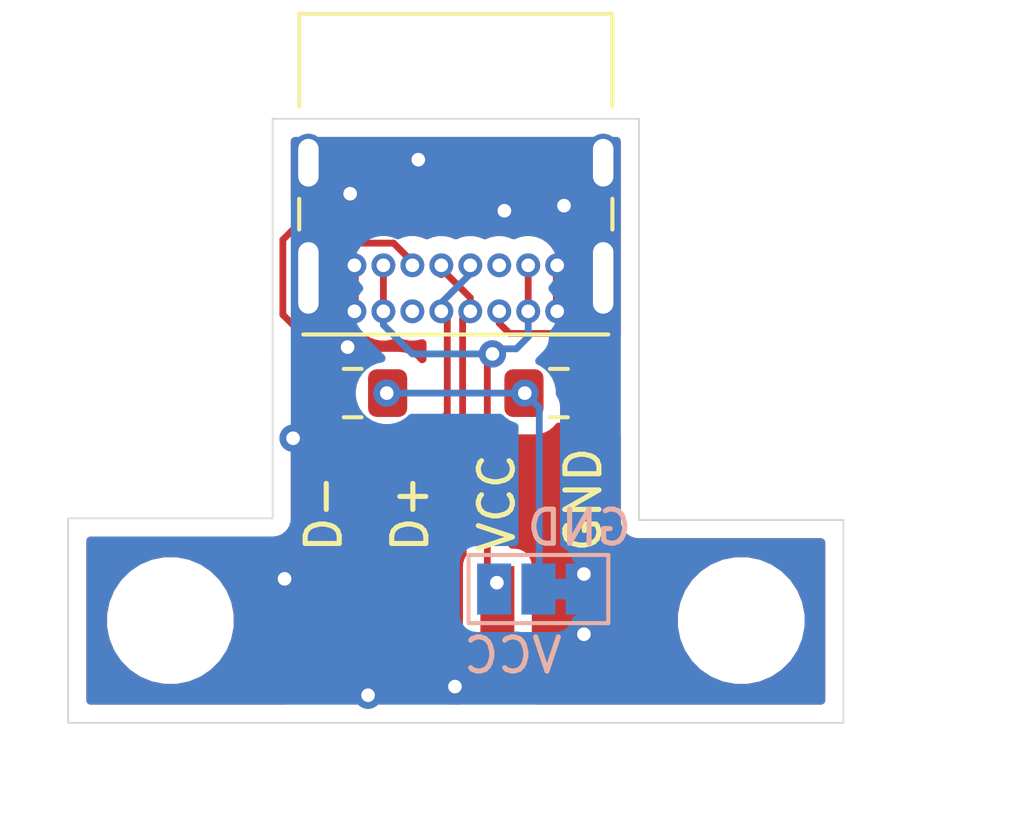
<source format=kicad_pcb>
(kicad_pcb (version 20171130) (host pcbnew 5.1.8)

  (general
    (thickness 1.6)
    (drawings 14)
    (tracks 75)
    (zones 0)
    (modules 7)
    (nets 8)
  )

  (page A4)
  (layers
    (0 F.Cu signal)
    (31 B.Cu signal)
    (32 B.Adhes user hide)
    (33 F.Adhes user hide)
    (34 B.Paste user hide)
    (35 F.Paste user hide)
    (36 B.SilkS user)
    (37 F.SilkS user)
    (38 B.Mask user)
    (39 F.Mask user)
    (40 Dwgs.User user hide)
    (41 Cmts.User user hide)
    (42 Eco1.User user hide)
    (43 Eco2.User user hide)
    (44 Edge.Cuts user)
    (45 Margin user hide)
    (46 B.CrtYd user)
    (47 F.CrtYd user)
    (48 B.Fab user hide)
    (49 F.Fab user hide)
  )

  (setup
    (last_trace_width 0.2)
    (user_trace_width 0.2)
    (trace_clearance 0.2)
    (zone_clearance 0.508)
    (zone_45_only yes)
    (trace_min 0.2)
    (via_size 0.8)
    (via_drill 0.4)
    (via_min_size 0.4)
    (via_min_drill 0.3)
    (uvia_size 0.3)
    (uvia_drill 0.1)
    (uvias_allowed no)
    (uvia_min_size 0.2)
    (uvia_min_drill 0.1)
    (edge_width 0.05)
    (segment_width 0.2)
    (pcb_text_width 0.3)
    (pcb_text_size 1.5 1.5)
    (mod_edge_width 0.12)
    (mod_text_size 1 1)
    (mod_text_width 0.15)
    (pad_size 1.524 1.524)
    (pad_drill 0.762)
    (pad_to_mask_clearance 0)
    (aux_axis_origin 0 0)
    (visible_elements FFFFFF7F)
    (pcbplotparams
      (layerselection 0x010fc_ffffffff)
      (usegerberextensions false)
      (usegerberattributes true)
      (usegerberadvancedattributes true)
      (creategerberjobfile true)
      (excludeedgelayer true)
      (linewidth 0.100000)
      (plotframeref false)
      (viasonmask false)
      (mode 1)
      (useauxorigin false)
      (hpglpennumber 1)
      (hpglpenspeed 20)
      (hpglpendiameter 15.000000)
      (psnegative false)
      (psa4output false)
      (plotreference true)
      (plotvalue true)
      (plotinvisibletext false)
      (padsonsilk false)
      (subtractmaskfromsilk false)
      (outputformat 1)
      (mirror false)
      (drillshape 1)
      (scaleselection 1)
      (outputdirectory ""))
  )

  (net 0 "")
  (net 1 /D+)
  (net 2 GND)
  (net 3 VCC)
  (net 4 "Net-(J1-PadB5)")
  (net 5 /D-)
  (net 6 "Net-(J1-PadA5)")
  (net 7 "Net-(JP1-Pad2)")

  (net_class Default "This is the default net class."
    (clearance 0.2)
    (trace_width 0.2)
    (via_dia 0.8)
    (via_drill 0.4)
    (uvia_dia 0.3)
    (uvia_drill 0.1)
    (add_net /D+)
    (add_net /D-)
    (add_net GND)
    (add_net "Net-(J1-PadA5)")
    (add_net "Net-(J1-PadB5)")
    (add_net "Net-(JP1-Pad2)")
    (add_net VCC)
  )

  (module Connectors:1X04_SMD_LONG (layer F.Cu) (tedit 5FD11165) (tstamp 5FD0FFE7)
    (at 124.475 99.975)
    (descr "SMD - 4 PIN W/ LONG SOLDER PADS")
    (tags "SMD - 4 PIN W/ LONG SOLDER PADS")
    (path /5FCFFE88)
    (attr smd)
    (fp_text reference J2 (at -5.08 -5.08 90) (layer F.SilkS) hide
      (effects (font (size 0.6096 0.6096) (thickness 0.127)))
    )
    (fp_text value Conn_01x04_Male (at 5.08 -5.08 90) (layer F.SilkS) hide
      (effects (font (size 0.6096 0.6096) (thickness 0.127)))
    )
    (fp_text user D- (at -3.825 -9.043 90) (layer F.SilkS)
      (effects (font (size 1 1) (thickness 0.15)))
    )
    (fp_text user D+ (at -1.285 -9.043 90) (layer F.SilkS)
      (effects (font (size 1 1) (thickness 0.15)))
    )
    (fp_text user VCC (at 1.255 -9.352524 90) (layer F.SilkS)
      (effects (font (size 1 1) (thickness 0.15)))
    )
    (fp_text user GND (at 3.795 -9.447762 90) (layer F.SilkS)
      (effects (font (size 1 1) (thickness 0.15)))
    )
    (pad 4 smd rect (at 3.81 -5.4991 90) (size 3.99796 0.99822) (layers F.Cu F.Paste F.Mask)
      (net 2 GND) (solder_mask_margin 0.1016))
    (pad 3 smd rect (at 1.27 -5.4991 90) (size 3.99796 0.99822) (layers F.Cu F.Paste F.Mask)
      (net 3 VCC) (solder_mask_margin 0.1016))
    (pad 2 smd rect (at -1.27 -5.4991 90) (size 3.99796 0.99822) (layers F.Cu F.Paste F.Mask)
      (net 1 /D+) (solder_mask_margin 0.1016))
    (pad 1 smd rect (at -3.81 -5.4991 90) (size 3.99796 0.99822) (layers F.Cu F.Paste F.Mask)
      (net 5 /D-) (solder_mask_margin 0.1016))
  )

  (module MountingHole:MountingHole_2.7mm_M2.5 (layer F.Cu) (tedit 56D1B4CB) (tstamp 5FD11248)
    (at 116.15 94.075)
    (descr "Mounting Hole 2.7mm, no annular, M2.5")
    (tags "mounting hole 2.7mm no annular m2.5")
    (attr virtual)
    (fp_text reference REF** (at 0 -3.7) (layer F.SilkS) hide
      (effects (font (size 1 1) (thickness 0.15)))
    )
    (fp_text value MountingHole_2.7mm_M2.5 (at 0 3.7) (layer F.Fab)
      (effects (font (size 1 1) (thickness 0.15)))
    )
    (fp_circle (center 0 0) (end 2.7 0) (layer Cmts.User) (width 0.15))
    (fp_circle (center 0 0) (end 2.95 0) (layer F.CrtYd) (width 0.05))
    (fp_text user %R (at 0.3 0) (layer F.Fab)
      (effects (font (size 1 1) (thickness 0.15)))
    )
    (pad 1 np_thru_hole circle (at 0 0) (size 2.7 2.7) (drill 2.7) (layers *.Cu *.Mask))
  )

  (module MountingHole:MountingHole_2.7mm_M2.5 (layer F.Cu) (tedit 56D1B4CB) (tstamp 5FD11236)
    (at 132.9 94.075)
    (descr "Mounting Hole 2.7mm, no annular, M2.5")
    (tags "mounting hole 2.7mm no annular m2.5")
    (attr virtual)
    (fp_text reference REF** (at 0 -3.7) (layer F.SilkS) hide
      (effects (font (size 1 1) (thickness 0.15)))
    )
    (fp_text value MountingHole_2.7mm_M2.5 (at 0 3.7) (layer F.Fab)
      (effects (font (size 1 1) (thickness 0.15)))
    )
    (fp_circle (center 0 0) (end 2.7 0) (layer Cmts.User) (width 0.15))
    (fp_circle (center 0 0) (end 2.95 0) (layer F.CrtYd) (width 0.05))
    (fp_text user %R (at 0.3 0) (layer F.Fab)
      (effects (font (size 1 1) (thickness 0.15)))
    )
    (pad 1 np_thru_hole circle (at 0 0) (size 2.7 2.7) (drill 2.7) (layers *.Cu *.Mask))
  )

  (module Resistor_SMD:R_0805_2012Metric_Pad1.15x1.40mm_HandSolder (layer F.Cu) (tedit 5B36C52B) (tstamp 5FD1002C)
    (at 121.5 87.4 180)
    (descr "Resistor SMD 0805 (2012 Metric), square (rectangular) end terminal, IPC_7351 nominal with elongated pad for handsoldering. (Body size source: https://docs.google.com/spreadsheets/d/1BsfQQcO9C6DZCsRaXUlFlo91Tg2WpOkGARC1WS5S8t0/edit?usp=sharing), generated with kicad-footprint-generator")
    (tags "resistor handsolder")
    (path /5FD1351A)
    (attr smd)
    (fp_text reference R3 (at 0 -1.65) (layer F.SilkS) hide
      (effects (font (size 1 1) (thickness 0.15)))
    )
    (fp_text value 5.1k (at 0 1.65) (layer F.Fab)
      (effects (font (size 1 1) (thickness 0.15)))
    )
    (fp_line (start 1.85 0.95) (end -1.85 0.95) (layer F.CrtYd) (width 0.05))
    (fp_line (start 1.85 -0.95) (end 1.85 0.95) (layer F.CrtYd) (width 0.05))
    (fp_line (start -1.85 -0.95) (end 1.85 -0.95) (layer F.CrtYd) (width 0.05))
    (fp_line (start -1.85 0.95) (end -1.85 -0.95) (layer F.CrtYd) (width 0.05))
    (fp_line (start -0.261252 0.71) (end 0.261252 0.71) (layer F.SilkS) (width 0.12))
    (fp_line (start -0.261252 -0.71) (end 0.261252 -0.71) (layer F.SilkS) (width 0.12))
    (fp_line (start 1 0.6) (end -1 0.6) (layer F.Fab) (width 0.1))
    (fp_line (start 1 -0.6) (end 1 0.6) (layer F.Fab) (width 0.1))
    (fp_line (start -1 -0.6) (end 1 -0.6) (layer F.Fab) (width 0.1))
    (fp_line (start -1 0.6) (end -1 -0.6) (layer F.Fab) (width 0.1))
    (fp_text user %R (at 0 0) (layer F.Fab)
      (effects (font (size 0.5 0.5) (thickness 0.08)))
    )
    (pad 2 smd roundrect (at 1.025 0 180) (size 1.15 1.4) (layers F.Cu F.Paste F.Mask) (roundrect_rratio 0.217391)
      (net 4 "Net-(J1-PadB5)"))
    (pad 1 smd roundrect (at -1.025 0 180) (size 1.15 1.4) (layers F.Cu F.Paste F.Mask) (roundrect_rratio 0.217391)
      (net 7 "Net-(JP1-Pad2)"))
    (model ${KISYS3DMOD}/Resistor_SMD.3dshapes/R_0805_2012Metric.wrl
      (at (xyz 0 0 0))
      (scale (xyz 1 1 1))
      (rotate (xyz 0 0 0))
    )
  )

  (module Resistor_SMD:R_0805_2012Metric_Pad1.15x1.40mm_HandSolder (layer F.Cu) (tedit 5B36C52B) (tstamp 5FD1001B)
    (at 127.55 87.4)
    (descr "Resistor SMD 0805 (2012 Metric), square (rectangular) end terminal, IPC_7351 nominal with elongated pad for handsoldering. (Body size source: https://docs.google.com/spreadsheets/d/1BsfQQcO9C6DZCsRaXUlFlo91Tg2WpOkGARC1WS5S8t0/edit?usp=sharing), generated with kicad-footprint-generator")
    (tags "resistor handsolder")
    (path /5FD1256A)
    (attr smd)
    (fp_text reference R2 (at 0 -1.65) (layer F.SilkS) hide
      (effects (font (size 1 1) (thickness 0.15)))
    )
    (fp_text value 5.1k (at 0 1.65) (layer F.Fab)
      (effects (font (size 1 1) (thickness 0.15)))
    )
    (fp_line (start 1.85 0.95) (end -1.85 0.95) (layer F.CrtYd) (width 0.05))
    (fp_line (start 1.85 -0.95) (end 1.85 0.95) (layer F.CrtYd) (width 0.05))
    (fp_line (start -1.85 -0.95) (end 1.85 -0.95) (layer F.CrtYd) (width 0.05))
    (fp_line (start -1.85 0.95) (end -1.85 -0.95) (layer F.CrtYd) (width 0.05))
    (fp_line (start -0.261252 0.71) (end 0.261252 0.71) (layer F.SilkS) (width 0.12))
    (fp_line (start -0.261252 -0.71) (end 0.261252 -0.71) (layer F.SilkS) (width 0.12))
    (fp_line (start 1 0.6) (end -1 0.6) (layer F.Fab) (width 0.1))
    (fp_line (start 1 -0.6) (end 1 0.6) (layer F.Fab) (width 0.1))
    (fp_line (start -1 -0.6) (end 1 -0.6) (layer F.Fab) (width 0.1))
    (fp_line (start -1 0.6) (end -1 -0.6) (layer F.Fab) (width 0.1))
    (fp_text user %R (at 0 0) (layer F.Fab)
      (effects (font (size 0.5 0.5) (thickness 0.08)))
    )
    (pad 2 smd roundrect (at 1.025 0) (size 1.15 1.4) (layers F.Cu F.Paste F.Mask) (roundrect_rratio 0.217391)
      (net 6 "Net-(J1-PadA5)"))
    (pad 1 smd roundrect (at -1.025 0) (size 1.15 1.4) (layers F.Cu F.Paste F.Mask) (roundrect_rratio 0.217391)
      (net 7 "Net-(JP1-Pad2)"))
    (model ${KISYS3DMOD}/Resistor_SMD.3dshapes/R_0805_2012Metric.wrl
      (at (xyz 0 0 0))
      (scale (xyz 1 1 1))
      (rotate (xyz 0 0 0))
    )
  )

  (module Jumper:SolderJumper-3_P1.3mm_Bridged12_Pad1.0x1.5mm_NumberLabels (layer B.Cu) (tedit 5C756B5B) (tstamp 5FD10E03)
    (at 126.95 93.15 180)
    (descr "SMD Solder Jumper, 1x1.5mm Pads, 0.3mm gap, pads 1-2 bridged with 1 copper strip, labeled with numbers")
    (tags "solder jumper open")
    (path /5FD3FA78)
    (attr virtual)
    (fp_text reference JP1 (at 0 1.8) (layer B.SilkS) hide
      (effects (font (size 1 1) (thickness 0.15)) (justify mirror))
    )
    (fp_text value SolderJumper_3_Bridged12 (at 0 -1.9) (layer B.Fab)
      (effects (font (size 1 1) (thickness 0.15)) (justify mirror))
    )
    (fp_poly (pts (xy -0.9 0.3) (xy -0.4 0.3) (xy -0.4 -0.3) (xy -0.9 -0.3)) (layer B.Cu) (width 0))
    (fp_line (start 2.3 -1.25) (end -2.3 -1.25) (layer B.CrtYd) (width 0.05))
    (fp_line (start 2.3 -1.25) (end 2.3 1.25) (layer B.CrtYd) (width 0.05))
    (fp_line (start -2.3 1.25) (end -2.3 -1.25) (layer B.CrtYd) (width 0.05))
    (fp_line (start -2.3 1.25) (end 2.3 1.25) (layer B.CrtYd) (width 0.05))
    (fp_line (start -2.05 1) (end 2.05 1) (layer B.SilkS) (width 0.12))
    (fp_line (start 2.05 1) (end 2.05 -1) (layer B.SilkS) (width 0.12))
    (fp_line (start 2.05 -1) (end -2.05 -1) (layer B.SilkS) (width 0.12))
    (fp_line (start -2.05 -1) (end -2.05 1) (layer B.SilkS) (width 0.12))
    (fp_text user GND (at -1.2 1.8 180) (layer B.SilkS)
      (effects (font (size 1 1) (thickness 0.15)) (justify mirror))
    )
    (fp_text user VCC (at 0.75 -1.95 180) (layer B.SilkS)
      (effects (font (size 1 1) (thickness 0.15)) (justify mirror))
    )
    (pad 2 smd rect (at 0 0 180) (size 1 1.5) (layers B.Cu B.Mask)
      (net 7 "Net-(JP1-Pad2)"))
    (pad 3 smd rect (at 1.3 0 180) (size 1 1.5) (layers B.Cu B.Mask)
      (net 3 VCC))
    (pad 1 smd rect (at -1.3 0 180) (size 1 1.5) (layers B.Cu B.Mask)
      (net 2 GND))
  )

  (module Connector_USB:USB_C_Receptacle_GCT_USB4085 (layer F.Cu) (tedit 5BCCCD93) (tstamp 5FD0FFCF)
    (at 127.5 85 180)
    (descr "USB 2.0 Type C Receptacle, https://gct.co/Files/Drawings/USB4085.pdf")
    (tags "USB Type-C Receptacle Through-hole Right angle")
    (path /5FD5D35C)
    (fp_text reference J1 (at 2.975 -1.8) (layer F.SilkS) hide
      (effects (font (size 1 1) (thickness 0.15)))
    )
    (fp_text value USB_C_Receptacle_USB2.0 (at 2.975 9.925) (layer F.Fab)
      (effects (font (size 1 1) (thickness 0.15)))
    )
    (fp_line (start -0.025 6.1) (end 5.975 6.1) (layer F.Fab) (width 0.1))
    (fp_line (start 8.25 -1.06) (end 8.25 9.11) (layer F.CrtYd) (width 0.05))
    (fp_line (start -2.3 -1.06) (end 8.25 -1.06) (layer F.CrtYd) (width 0.05))
    (fp_line (start -2.3 9.11) (end 8.25 9.11) (layer F.CrtYd) (width 0.05))
    (fp_line (start -2.3 -1.06) (end -2.3 9.11) (layer F.CrtYd) (width 0.05))
    (fp_line (start -1.62 2.4) (end -1.62 3.3) (layer F.SilkS) (width 0.12))
    (fp_line (start 7.57 2.4) (end 7.57 3.3) (layer F.SilkS) (width 0.12))
    (fp_line (start -1.62 6) (end -1.62 8.73) (layer F.SilkS) (width 0.12))
    (fp_line (start 7.57 6) (end 7.57 8.73) (layer F.SilkS) (width 0.12))
    (fp_line (start 7.45 -0.56) (end 7.45 8.61) (layer F.Fab) (width 0.1))
    (fp_line (start -1.5 -0.56) (end -1.5 8.61) (layer F.Fab) (width 0.1))
    (fp_line (start -1.5 -0.68) (end 7.45 -0.68) (layer F.SilkS) (width 0.12))
    (fp_line (start -1.62 8.73) (end 7.57 8.73) (layer F.SilkS) (width 0.12))
    (fp_line (start -1.5 8.61) (end 7.45 8.61) (layer F.Fab) (width 0.1))
    (fp_line (start -1.5 -0.56) (end 7.45 -0.56) (layer F.Fab) (width 0.1))
    (fp_text user %R (at 2.975 4.025) (layer F.Fab)
      (effects (font (size 1 1) (thickness 0.15)))
    )
    (fp_text user "PCB Edge" (at 2.975 6.1) (layer Dwgs.User)
      (effects (font (size 0.5 0.5) (thickness 0.1)))
    )
    (pad S1 thru_hole oval (at 7.3 4.36 180) (size 0.9 1.7) (drill oval 0.6 1.4) (layers *.Cu *.Mask)
      (net 2 GND))
    (pad S1 thru_hole oval (at -1.35 4.36 180) (size 0.9 1.7) (drill oval 0.6 1.4) (layers *.Cu *.Mask)
      (net 2 GND))
    (pad S1 thru_hole oval (at 7.3 0.98 180) (size 0.9 2.4) (drill oval 0.6 2.1) (layers *.Cu *.Mask)
      (net 2 GND))
    (pad S1 thru_hole oval (at -1.35 0.98 180) (size 0.9 2.4) (drill oval 0.6 2.1) (layers *.Cu *.Mask)
      (net 2 GND))
    (pad B6 thru_hole circle (at 3.4 1.35 180) (size 0.7 0.7) (drill 0.4) (layers *.Cu *.Mask)
      (net 1 /D+))
    (pad B1 thru_hole circle (at 5.95 1.35 180) (size 0.7 0.7) (drill 0.4) (layers *.Cu *.Mask)
      (net 2 GND))
    (pad B4 thru_hole circle (at 5.1 1.35 180) (size 0.7 0.7) (drill 0.4) (layers *.Cu *.Mask)
      (net 3 VCC))
    (pad B5 thru_hole circle (at 4.25 1.35 180) (size 0.7 0.7) (drill 0.4) (layers *.Cu *.Mask)
      (net 4 "Net-(J1-PadB5)"))
    (pad B12 thru_hole circle (at 0 1.35 180) (size 0.7 0.7) (drill 0.4) (layers *.Cu *.Mask)
      (net 2 GND))
    (pad B8 thru_hole circle (at 1.7 1.35 180) (size 0.7 0.7) (drill 0.4) (layers *.Cu *.Mask))
    (pad B7 thru_hole circle (at 2.55 1.35 180) (size 0.7 0.7) (drill 0.4) (layers *.Cu *.Mask)
      (net 5 /D-))
    (pad B9 thru_hole circle (at 0.85 1.35 180) (size 0.7 0.7) (drill 0.4) (layers *.Cu *.Mask)
      (net 3 VCC))
    (pad A12 thru_hole circle (at 5.95 0 180) (size 0.7 0.7) (drill 0.4) (layers *.Cu *.Mask)
      (net 2 GND))
    (pad A9 thru_hole circle (at 5.1 0 180) (size 0.7 0.7) (drill 0.4) (layers *.Cu *.Mask)
      (net 3 VCC))
    (pad A8 thru_hole circle (at 4.25 0 180) (size 0.7 0.7) (drill 0.4) (layers *.Cu *.Mask))
    (pad A7 thru_hole circle (at 3.4 0 180) (size 0.7 0.7) (drill 0.4) (layers *.Cu *.Mask)
      (net 5 /D-))
    (pad A6 thru_hole circle (at 2.55 0 180) (size 0.7 0.7) (drill 0.4) (layers *.Cu *.Mask)
      (net 1 /D+))
    (pad A5 thru_hole circle (at 1.7 0 180) (size 0.7 0.7) (drill 0.4) (layers *.Cu *.Mask)
      (net 6 "Net-(J1-PadA5)"))
    (pad A4 thru_hole circle (at 0.85 0 180) (size 0.7 0.7) (drill 0.4) (layers *.Cu *.Mask)
      (net 3 VCC))
    (pad A1 thru_hole circle (at 0 0 180) (size 0.7 0.7) (drill 0.4) (layers *.Cu *.Mask)
      (net 2 GND))
    (model ${KISYS3DMOD}/Connector_USB.3dshapes/USB_C_Receptacle_GCT_USB4085.wrl
      (at (xyz 0 0 0))
      (scale (xyz 1 1 1))
      (rotate (xyz 0 0 0))
    )
  )

  (gr_arc (start 136.1 84.05) (end 137.699999 87.999999) (angle -130.4745057) (layer Dwgs.User) (width 0.15))
  (gr_arc (start 132.65 91.15) (end 135.499999 91.100001) (angle -92.8734385) (layer Dwgs.User) (width 0.15))
  (gr_arc (start 132.65 91.05) (end 135.549999 88.150001) (angle -301.8424573) (layer Dwgs.User) (width 0.15))
  (gr_circle (center 132.6 91.15) (end 137 88.85) (layer Dwgs.User) (width 0.15))
  (gr_line (start 129.9 91.125) (end 129.9 86.3) (layer Edge.Cuts) (width 0.05) (tstamp 5FD1134D))
  (gr_line (start 135.9 91.125) (end 129.9 91.125) (layer Edge.Cuts) (width 0.05) (tstamp 5FD113B1))
  (gr_line (start 135.9 97.075) (end 135.9 91.125) (layer Edge.Cuts) (width 0.05))
  (gr_line (start 113.15 91.075) (end 113.15 97.075) (layer Edge.Cuts) (width 0.05))
  (gr_line (start 119.15 91.075) (end 113.15 91.075) (layer Edge.Cuts) (width 0.05))
  (gr_line (start 119.15 86.3) (end 119.15 91.075) (layer Edge.Cuts) (width 0.05))
  (gr_line (start 129.9 79.35) (end 129.9 86.3) (layer Edge.Cuts) (width 0.05))
  (gr_line (start 119.15 79.35) (end 129.9 79.35) (layer Edge.Cuts) (width 0.05))
  (gr_line (start 119.15 86.3) (end 119.15 79.35) (layer Edge.Cuts) (width 0.05) (tstamp 5FD16670))
  (gr_line (start 135.9 97.075) (end 113.15 97.075) (layer Edge.Cuts) (width 0.05))

  (segment (start 124.1 83.65) (end 124.1 83.9) (width 0.25) (layer F.Cu) (net 1))
  (segment (start 124.9 85.05) (end 124.95 85) (width 0.2) (layer F.Cu) (net 1))
  (segment (start 124.1 83.65) (end 124.1 83.75) (width 0.2) (layer F.Cu) (net 1))
  (segment (start 124.95 84.6) (end 124.95 85) (width 0.2) (layer F.Cu) (net 1))
  (segment (start 124.1 83.75) (end 124.95 84.6) (width 0.2) (layer F.Cu) (net 1))
  (segment (start 122.185 93.4559) (end 123.205 94.4759) (width 0.2) (layer F.Cu) (net 1))
  (segment (start 122.185 89.3832) (end 122.185 93.4559) (width 0.2) (layer F.Cu) (net 1))
  (segment (start 123.9432 88.975) (end 122.5932 88.975) (width 0.2) (layer F.Cu) (net 1))
  (segment (start 122.5932 88.975) (end 122.185 89.3832) (width 0.2) (layer F.Cu) (net 1))
  (segment (start 124.725 88.1932) (end 123.9432 88.975) (width 0.2) (layer F.Cu) (net 1))
  (segment (start 124.725 85.225) (end 124.725 88.1932) (width 0.2) (layer F.Cu) (net 1))
  (segment (start 124.95 85) (end 124.725 85.225) (width 0.2) (layer F.Cu) (net 1))
  (segment (start 127.5 83.65) (end 127.5 85) (width 0.25) (layer F.Cu) (net 2))
  (segment (start 121.55 83.65) (end 121.55 85) (width 0.25) (layer F.Cu) (net 2))
  (segment (start 121.18 84.02) (end 121.55 83.65) (width 0.25) (layer F.Cu) (net 2))
  (segment (start 120.2 84.02) (end 121.18 84.02) (width 0.25) (layer F.Cu) (net 2))
  (segment (start 127.87 84.02) (end 127.5 83.65) (width 0.25) (layer F.Cu) (net 2))
  (segment (start 128.85 84.02) (end 127.87 84.02) (width 0.25) (layer F.Cu) (net 2))
  (segment (start 121.55 85) (end 121.5 85) (width 0.25) (layer F.Cu) (net 2))
  (via (at 121.425 81.55) (size 0.8) (drill 0.4) (layers F.Cu B.Cu) (net 2))
  (via (at 127.7 81.9) (size 0.8) (drill 0.4) (layers F.Cu B.Cu) (net 2))
  (via (at 123.425 80.55) (size 0.8) (drill 0.4) (layers F.Cu B.Cu) (net 2))
  (via (at 125.95 82.05) (size 0.8) (drill 0.4) (layers F.Cu B.Cu) (net 2))
  (via (at 121.35 86.05) (size 0.8) (drill 0.4) (layers F.Cu B.Cu) (net 2))
  (via (at 119.75 88.725) (size 0.8) (drill 0.4) (layers F.Cu B.Cu) (net 2))
  (via (at 119.5 92.85) (size 0.8) (drill 0.4) (layers F.Cu B.Cu) (net 2))
  (via (at 128.285 94.4759) (size 0.8) (drill 0.4) (layers F.Cu B.Cu) (net 2))
  (via (at 128.285 92.71) (size 0.8) (drill 0.4) (layers F.Cu B.Cu) (net 2))
  (via (at 121.95 96.266) (size 0.8) (drill 0.4) (layers F.Cu B.Cu) (net 2))
  (via (at 124.5 96.012) (size 0.8) (drill 0.4) (layers F.Cu B.Cu) (net 2))
  (segment (start 122.4 85) (end 122.4 83.65) (width 0.2) (layer F.Cu) (net 3))
  (segment (start 126.65 85) (end 126.65 83.65) (width 0.2) (layer F.Cu) (net 3))
  (segment (start 126.65 85.75) (end 126.3 86.1) (width 0.2) (layer B.Cu) (net 3))
  (segment (start 126.65 85) (end 126.65 85.75) (width 0.2) (layer B.Cu) (net 3))
  (via (at 125.6 86.25) (size 0.8) (drill 0.4) (layers F.Cu B.Cu) (net 3))
  (segment (start 125.75 86.1) (end 125.6 86.25) (width 0.2) (layer B.Cu) (net 3))
  (segment (start 126.3 86.1) (end 125.75 86.1) (width 0.2) (layer B.Cu) (net 3))
  (segment (start 122.4 85) (end 122.4 85.4) (width 0.2) (layer B.Cu) (net 3))
  (segment (start 123.25 86.25) (end 125.6 86.25) (width 0.2) (layer B.Cu) (net 3))
  (segment (start 122.4 85.4) (end 123.25 86.25) (width 0.2) (layer B.Cu) (net 3))
  (segment (start 125.45 86.4) (end 125.6 86.25) (width 0.2) (layer F.Cu) (net 3))
  (segment (start 125.45 92.684) (end 125.45 86.4) (width 0.2) (layer F.Cu) (net 3))
  (segment (start 125.73 92.964) (end 125.45 92.684) (width 0.2) (layer F.Cu) (net 3))
  (via (at 125.73 92.964) (size 0.8) (drill 0.4) (layers F.Cu B.Cu) (net 3))
  (segment (start 120.475 86.125) (end 120.475 87.4) (width 0.2) (layer F.Cu) (net 4))
  (segment (start 119.45 82.9) (end 119.45 85.1) (width 0.2) (layer F.Cu) (net 4))
  (segment (start 119.85 82.5) (end 119.45 82.9) (width 0.2) (layer F.Cu) (net 4))
  (segment (start 119.45 85.1) (end 120.475 86.125) (width 0.2) (layer F.Cu) (net 4))
  (segment (start 121.05 83) (end 120.55 82.5) (width 0.2) (layer F.Cu) (net 4))
  (segment (start 120.55 82.5) (end 119.85 82.5) (width 0.2) (layer F.Cu) (net 4))
  (segment (start 122.7 83) (end 121.05 83) (width 0.2) (layer F.Cu) (net 4))
  (segment (start 123.25 83.55) (end 122.7 83) (width 0.2) (layer F.Cu) (net 4))
  (segment (start 123.25 83.65) (end 123.25 83.55) (width 0.2) (layer F.Cu) (net 4))
  (segment (start 124.1 84.8) (end 124.1 85) (width 0.25) (layer B.Cu) (net 5))
  (segment (start 124.1 85.2) (end 124.1 85) (width 0.2) (layer F.Cu) (net 5))
  (segment (start 124.95 83.65) (end 124.95 83.9) (width 0.2) (layer B.Cu) (net 5))
  (segment (start 124.1 84.75) (end 124.1 85) (width 0.2) (layer B.Cu) (net 5))
  (segment (start 124.95 83.9) (end 124.1 84.75) (width 0.2) (layer B.Cu) (net 5))
  (segment (start 121.735 89.1968) (end 121.735 93.4059) (width 0.2) (layer F.Cu) (net 5))
  (segment (start 121.735 93.4059) (end 120.665 94.4759) (width 0.2) (layer F.Cu) (net 5))
  (segment (start 122.4068 88.525) (end 121.735 89.1968) (width 0.2) (layer F.Cu) (net 5))
  (segment (start 123.7568 88.525) (end 122.4068 88.525) (width 0.2) (layer F.Cu) (net 5))
  (segment (start 124.275 88.0068) (end 123.7568 88.525) (width 0.2) (layer F.Cu) (net 5))
  (segment (start 124.275 85.175) (end 124.275 88.0068) (width 0.2) (layer F.Cu) (net 5))
  (segment (start 124.1 85) (end 124.275 85.175) (width 0.2) (layer F.Cu) (net 5))
  (segment (start 128.575 85.975) (end 128.575 87.4) (width 0.2) (layer F.Cu) (net 6))
  (segment (start 128.25 85.65) (end 128.575 85.975) (width 0.2) (layer F.Cu) (net 6))
  (segment (start 126.1 85.65) (end 128.25 85.65) (width 0.2) (layer F.Cu) (net 6))
  (segment (start 125.8 85.35) (end 126.1 85.65) (width 0.2) (layer F.Cu) (net 6))
  (segment (start 125.8 85) (end 125.8 85.35) (width 0.2) (layer F.Cu) (net 6))
  (via (at 122.5 87.4) (size 0.8) (drill 0.4) (layers F.Cu B.Cu) (net 7))
  (via (at 126.55 87.4) (size 0.8) (drill 0.4) (layers F.Cu B.Cu) (net 7))
  (segment (start 122.5 87.4) (end 126.55 87.4) (width 0.2) (layer B.Cu) (net 7))
  (segment (start 126.975 87.825) (end 126.55 87.4) (width 0.2) (layer B.Cu) (net 7))
  (segment (start 126.975 93.218) (end 126.975 87.825) (width 0.2) (layer B.Cu) (net 7))

  (zone (net 2) (net_name GND) (layer F.Cu) (tstamp 0) (hatch edge 0.508)
    (connect_pads yes (clearance 0.508))
    (min_thickness 0.254)
    (fill yes (arc_segments 32) (thermal_gap 0.508) (thermal_bridge_width 0.508))
    (polygon
      (pts
        (xy 141.2 98.325) (xy 111.15 98.475) (xy 111.15 79.325) (xy 141.2 79.175)
      )
    )
    (filled_polygon
      (pts
        (xy 127.622038 88.477962) (xy 127.756613 88.588405) (xy 127.910149 88.670472) (xy 128.076745 88.721008) (xy 128.249999 88.738072)
        (xy 128.900001 88.738072) (xy 129.073255 88.721008) (xy 129.239851 88.670472) (xy 129.240001 88.670392) (xy 129.24 91.092581)
        (xy 129.236807 91.125) (xy 129.24955 91.254383) (xy 129.28729 91.378793) (xy 129.348575 91.49345) (xy 129.370352 91.519985)
        (xy 129.431052 91.593948) (xy 129.53155 91.676425) (xy 129.646207 91.73771) (xy 129.770617 91.77545) (xy 129.9 91.788193)
        (xy 129.932419 91.785) (xy 135.240001 91.785) (xy 135.24 96.415) (xy 126.882182 96.415) (xy 126.882182 93.879495)
        (xy 130.915 93.879495) (xy 130.915 94.270505) (xy 130.991282 94.654003) (xy 131.140915 95.01525) (xy 131.358149 95.340364)
        (xy 131.634636 95.616851) (xy 131.95975 95.834085) (xy 132.320997 95.983718) (xy 132.704495 96.06) (xy 133.095505 96.06)
        (xy 133.479003 95.983718) (xy 133.84025 95.834085) (xy 134.165364 95.616851) (xy 134.441851 95.340364) (xy 134.659085 95.01525)
        (xy 134.808718 94.654003) (xy 134.885 94.270505) (xy 134.885 93.879495) (xy 134.808718 93.495997) (xy 134.659085 93.13475)
        (xy 134.441851 92.809636) (xy 134.165364 92.533149) (xy 133.84025 92.315915) (xy 133.479003 92.166282) (xy 133.095505 92.09)
        (xy 132.704495 92.09) (xy 132.320997 92.166282) (xy 131.95975 92.315915) (xy 131.634636 92.533149) (xy 131.358149 92.809636)
        (xy 131.140915 93.13475) (xy 130.991282 93.495997) (xy 130.915 93.879495) (xy 126.882182 93.879495) (xy 126.882182 92.47692)
        (xy 126.869922 92.352438) (xy 126.833612 92.23274) (xy 126.774647 92.122426) (xy 126.695295 92.025735) (xy 126.598604 91.946383)
        (xy 126.48829 91.887418) (xy 126.368592 91.851108) (xy 126.24411 91.838848) (xy 126.185 91.838848) (xy 126.185 88.736595)
        (xy 126.199999 88.738072) (xy 126.850001 88.738072) (xy 127.023255 88.721008) (xy 127.189851 88.670472) (xy 127.343387 88.588405)
        (xy 127.477962 88.477962) (xy 127.55 88.390184)
      )
    )
    (filled_polygon
      (pts
        (xy 124.715 92.123086) (xy 124.656388 92.23274) (xy 124.620078 92.352438) (xy 124.607818 92.47692) (xy 124.607818 96.415)
        (xy 124.342182 96.415) (xy 124.342182 92.47692) (xy 124.329922 92.352438) (xy 124.293612 92.23274) (xy 124.234647 92.122426)
        (xy 124.155295 92.025735) (xy 124.058604 91.946383) (xy 123.94829 91.887418) (xy 123.828592 91.851108) (xy 123.793657 91.847667)
        (xy 123.844086 91.786219) (xy 123.912336 91.658533) (xy 123.954365 91.519984) (xy 123.968555 91.375899) (xy 123.954365 91.231814)
        (xy 123.912336 91.093266) (xy 123.844086 90.965579) (xy 123.775253 90.881706) (xy 122.92 90.026454) (xy 122.92 89.71)
        (xy 123.907095 89.71) (xy 123.9432 89.713556) (xy 123.979305 89.71) (xy 124.087285 89.699365) (xy 124.225833 89.657337)
        (xy 124.35352 89.589087) (xy 124.465438 89.497238) (xy 124.488458 89.469188) (xy 124.715001 89.242646)
      )
    )
    (filled_polygon
      (pts
        (xy 121.240808 88.651546) (xy 121.212763 88.674562) (xy 121.120914 88.78648) (xy 121.109608 88.807633) (xy 121.052664 88.914167)
        (xy 121.010635 89.052715) (xy 120.996444 89.1968) (xy 121.000001 89.232915) (xy 121 90.026453) (xy 120.144747 90.881707)
        (xy 120.075914 90.965581) (xy 120.007664 91.093267) (xy 119.965635 91.231815) (xy 119.951444 91.3759) (xy 119.965635 91.519985)
        (xy 120.007664 91.658533) (xy 120.075914 91.786219) (xy 120.122604 91.843111) (xy 120.041408 91.851108) (xy 119.92171 91.887418)
        (xy 119.811396 91.946383) (xy 119.714705 92.025735) (xy 119.635353 92.122426) (xy 119.576388 92.23274) (xy 119.540078 92.352438)
        (xy 119.527818 92.47692) (xy 119.527818 96.415) (xy 113.81 96.415) (xy 113.81 93.879495) (xy 114.165 93.879495)
        (xy 114.165 94.270505) (xy 114.241282 94.654003) (xy 114.390915 95.01525) (xy 114.608149 95.340364) (xy 114.884636 95.616851)
        (xy 115.20975 95.834085) (xy 115.570997 95.983718) (xy 115.954495 96.06) (xy 116.345505 96.06) (xy 116.729003 95.983718)
        (xy 117.09025 95.834085) (xy 117.415364 95.616851) (xy 117.691851 95.340364) (xy 117.909085 95.01525) (xy 118.058718 94.654003)
        (xy 118.135 94.270505) (xy 118.135 93.879495) (xy 118.058718 93.495997) (xy 117.909085 93.13475) (xy 117.691851 92.809636)
        (xy 117.415364 92.533149) (xy 117.09025 92.315915) (xy 116.729003 92.166282) (xy 116.345505 92.09) (xy 115.954495 92.09)
        (xy 115.570997 92.166282) (xy 115.20975 92.315915) (xy 114.884636 92.533149) (xy 114.608149 92.809636) (xy 114.390915 93.13475)
        (xy 114.241282 93.495997) (xy 114.165 93.879495) (xy 113.81 93.879495) (xy 113.81 91.735) (xy 119.117581 91.735)
        (xy 119.15 91.738193) (xy 119.182419 91.735) (xy 119.279383 91.72545) (xy 119.403793 91.68771) (xy 119.51845 91.626425)
        (xy 119.618948 91.543948) (xy 119.701425 91.44345) (xy 119.76271 91.328793) (xy 119.80045 91.204383) (xy 119.813193 91.075)
        (xy 119.81 91.042581) (xy 119.81 88.670392) (xy 119.810149 88.670472) (xy 119.976745 88.721008) (xy 120.149999 88.738072)
        (xy 120.800001 88.738072) (xy 120.973255 88.721008) (xy 121.139851 88.670472) (xy 121.293387 88.588405) (xy 121.352286 88.540068)
      )
    )
    (filled_polygon
      (pts
        (xy 122.658198 91.843545) (xy 122.581408 91.851108) (xy 122.46171 91.887418) (xy 122.351396 91.946383) (xy 122.254705 92.025735)
        (xy 122.175353 92.122426) (xy 122.116388 92.23274) (xy 122.080078 92.352438) (xy 122.067818 92.47692) (xy 122.067818 96.415)
        (xy 121.802182 96.415) (xy 121.802182 92.47692) (xy 121.789922 92.352438) (xy 121.753612 92.23274) (xy 121.694647 92.122426)
        (xy 121.615295 92.025735) (xy 121.518604 91.946383) (xy 121.40829 91.887418) (xy 121.288592 91.851108) (xy 121.257318 91.848028)
        (xy 121.96 91.145347)
      )
    )
    (filled_polygon
      (pts
        (xy 120.504746 83.494192) (xy 120.527762 83.522238) (xy 120.63968 83.614087) (xy 120.767367 83.682337) (xy 120.905915 83.724365)
        (xy 121.05 83.738556) (xy 121.086105 83.735) (xy 121.415 83.735) (xy 121.415 83.747014) (xy 121.452853 83.937314)
        (xy 121.527104 84.116572) (xy 121.634901 84.277901) (xy 121.665001 84.308001) (xy 121.665 84.342) (xy 121.634901 84.372099)
        (xy 121.527104 84.533428) (xy 121.452853 84.712686) (xy 121.415 84.902986) (xy 121.415 85.097014) (xy 121.452853 85.287314)
        (xy 121.527104 85.466572) (xy 121.634901 85.627901) (xy 121.772099 85.765099) (xy 121.933428 85.872896) (xy 122.112686 85.947147)
        (xy 122.302986 85.985) (xy 122.497014 85.985) (xy 122.687314 85.947147) (xy 122.825 85.890116) (xy 122.962686 85.947147)
        (xy 123.152986 85.985) (xy 123.347014 85.985) (xy 123.537314 85.947147) (xy 123.540001 85.946034) (xy 123.540001 86.397632)
        (xy 123.477962 86.322038) (xy 123.343387 86.211595) (xy 123.189851 86.129528) (xy 123.023255 86.078992) (xy 122.850001 86.061928)
        (xy 122.199999 86.061928) (xy 122.026745 86.078992) (xy 121.860149 86.129528) (xy 121.706613 86.211595) (xy 121.572038 86.322038)
        (xy 121.5 86.409816) (xy 121.427962 86.322038) (xy 121.293387 86.211595) (xy 121.21 86.167024) (xy 121.21 86.161105)
        (xy 121.213556 86.125) (xy 121.199365 85.980915) (xy 121.189411 85.948102) (xy 121.157337 85.842367) (xy 121.089087 85.71468)
        (xy 121.036004 85.649999) (xy 121.020253 85.630806) (xy 121.02025 85.630803) (xy 120.997237 85.602762) (xy 120.969197 85.57975)
        (xy 120.185 84.795554) (xy 120.185 83.235) (xy 120.245554 83.235)
      )
    )
    (filled_polygon
      (pts
        (xy 129.240001 85.659933) (xy 129.189087 85.56468) (xy 129.097237 85.452762) (xy 129.069192 85.429746) (xy 128.795259 85.155813)
        (xy 128.772238 85.127762) (xy 128.66032 85.035913) (xy 128.532633 84.967663) (xy 128.394085 84.925635) (xy 128.286105 84.915)
        (xy 128.25 84.911444) (xy 128.213895 84.915) (xy 127.635 84.915) (xy 127.635 84.902986) (xy 127.597147 84.712686)
        (xy 127.522896 84.533428) (xy 127.415099 84.372099) (xy 127.385 84.342) (xy 127.385 84.308) (xy 127.415099 84.277901)
        (xy 127.522896 84.116572) (xy 127.597147 83.937314) (xy 127.635 83.747014) (xy 127.635 83.552986) (xy 127.597147 83.362686)
        (xy 127.522896 83.183428) (xy 127.415099 83.022099) (xy 127.277901 82.884901) (xy 127.116572 82.777104) (xy 126.937314 82.702853)
        (xy 126.747014 82.665) (xy 126.552986 82.665) (xy 126.362686 82.702853) (xy 126.225 82.759884) (xy 126.087314 82.702853)
        (xy 125.897014 82.665) (xy 125.702986 82.665) (xy 125.512686 82.702853) (xy 125.375 82.759884) (xy 125.237314 82.702853)
        (xy 125.047014 82.665) (xy 124.852986 82.665) (xy 124.662686 82.702853) (xy 124.525 82.759884) (xy 124.387314 82.702853)
        (xy 124.197014 82.665) (xy 124.002986 82.665) (xy 123.812686 82.702853) (xy 123.675 82.759884) (xy 123.537314 82.702853)
        (xy 123.418707 82.679261) (xy 123.245258 82.505812) (xy 123.222238 82.477762) (xy 123.11032 82.385913) (xy 122.982633 82.317663)
        (xy 122.844085 82.275635) (xy 122.736105 82.265) (xy 122.7 82.261444) (xy 122.663895 82.265) (xy 121.354447 82.265)
        (xy 121.095258 82.005812) (xy 121.072238 81.977762) (xy 120.96032 81.885913) (xy 120.832633 81.817663) (xy 120.694085 81.775635)
        (xy 120.586105 81.765) (xy 120.55 81.761444) (xy 120.513895 81.765) (xy 119.886094 81.765) (xy 119.849999 81.761445)
        (xy 119.813904 81.765) (xy 119.813895 81.765) (xy 119.81 81.765384) (xy 119.81 80.01) (xy 129.24 80.01)
      )
    )
  )
  (zone (net 2) (net_name GND) (layer B.Cu) (tstamp 5FD1069D) (hatch edge 0.508)
    (connect_pads yes (clearance 0.508))
    (min_thickness 0.254)
    (fill yes (arc_segments 32) (thermal_gap 0.508) (thermal_bridge_width 0.508))
    (polygon
      (pts
        (xy 141.2 98.325) (xy 111.15 98.475) (xy 111.15 79.325) (xy 141.2 79.175)
      )
    )
    (filled_polygon
      (pts
        (xy 129.240001 86.267581) (xy 129.24 91.092581) (xy 129.236807 91.125) (xy 129.24955 91.254383) (xy 129.28729 91.378793)
        (xy 129.348575 91.49345) (xy 129.390018 91.543948) (xy 129.431052 91.593948) (xy 129.53155 91.676425) (xy 129.646207 91.73771)
        (xy 129.770617 91.77545) (xy 129.9 91.788193) (xy 129.932419 91.785) (xy 135.240001 91.785) (xy 135.24 96.415)
        (xy 113.81 96.415) (xy 113.81 93.879495) (xy 114.165 93.879495) (xy 114.165 94.270505) (xy 114.241282 94.654003)
        (xy 114.390915 95.01525) (xy 114.608149 95.340364) (xy 114.884636 95.616851) (xy 115.20975 95.834085) (xy 115.570997 95.983718)
        (xy 115.954495 96.06) (xy 116.345505 96.06) (xy 116.729003 95.983718) (xy 117.09025 95.834085) (xy 117.415364 95.616851)
        (xy 117.691851 95.340364) (xy 117.909085 95.01525) (xy 118.058718 94.654003) (xy 118.135 94.270505) (xy 118.135 93.879495)
        (xy 118.058718 93.495997) (xy 117.909085 93.13475) (xy 117.691851 92.809636) (xy 117.415364 92.533149) (xy 117.09025 92.315915)
        (xy 116.729003 92.166282) (xy 116.345505 92.09) (xy 115.954495 92.09) (xy 115.570997 92.166282) (xy 115.20975 92.315915)
        (xy 114.884636 92.533149) (xy 114.608149 92.809636) (xy 114.390915 93.13475) (xy 114.241282 93.495997) (xy 114.165 93.879495)
        (xy 113.81 93.879495) (xy 113.81 91.735) (xy 119.117581 91.735) (xy 119.15 91.738193) (xy 119.182419 91.735)
        (xy 119.279383 91.72545) (xy 119.403793 91.68771) (xy 119.51845 91.626425) (xy 119.618948 91.543948) (xy 119.701425 91.44345)
        (xy 119.76271 91.328793) (xy 119.80045 91.204383) (xy 119.813193 91.075) (xy 119.81 91.042581) (xy 119.81 83.552986)
        (xy 121.415 83.552986) (xy 121.415 83.747014) (xy 121.452853 83.937314) (xy 121.527104 84.116572) (xy 121.634901 84.277901)
        (xy 121.682 84.325) (xy 121.634901 84.372099) (xy 121.527104 84.533428) (xy 121.452853 84.712686) (xy 121.415 84.902986)
        (xy 121.415 85.097014) (xy 121.452853 85.287314) (xy 121.527104 85.466572) (xy 121.634901 85.627901) (xy 121.749849 85.742849)
        (xy 121.785913 85.81032) (xy 121.877763 85.922238) (xy 121.905808 85.945254) (xy 122.337583 86.37703) (xy 122.198102 86.404774)
        (xy 122.009744 86.482795) (xy 121.840226 86.596063) (xy 121.696063 86.740226) (xy 121.582795 86.909744) (xy 121.504774 87.098102)
        (xy 121.465 87.298061) (xy 121.465 87.501939) (xy 121.504774 87.701898) (xy 121.582795 87.890256) (xy 121.696063 88.059774)
        (xy 121.840226 88.203937) (xy 122.009744 88.317205) (xy 122.198102 88.395226) (xy 122.398061 88.435) (xy 122.601939 88.435)
        (xy 122.801898 88.395226) (xy 122.990256 88.317205) (xy 123.159774 88.203937) (xy 123.228711 88.135) (xy 125.821289 88.135)
        (xy 125.890226 88.203937) (xy 126.059744 88.317205) (xy 126.240001 88.39187) (xy 126.24 91.770792) (xy 126.15 91.761928)
        (xy 125.15 91.761928) (xy 125.025518 91.774188) (xy 124.90582 91.810498) (xy 124.795506 91.869463) (xy 124.698815 91.948815)
        (xy 124.619463 92.045506) (xy 124.560498 92.15582) (xy 124.524188 92.275518) (xy 124.511928 92.4) (xy 124.511928 93.9)
        (xy 124.524188 94.024482) (xy 124.560498 94.14418) (xy 124.619463 94.254494) (xy 124.698815 94.351185) (xy 124.795506 94.430537)
        (xy 124.90582 94.489502) (xy 125.025518 94.525812) (xy 125.15 94.538072) (xy 126.15 94.538072) (xy 126.274482 94.525812)
        (xy 126.3 94.518071) (xy 126.325518 94.525812) (xy 126.45 94.538072) (xy 127.45 94.538072) (xy 127.574482 94.525812)
        (xy 127.69418 94.489502) (xy 127.804494 94.430537) (xy 127.901185 94.351185) (xy 127.980537 94.254494) (xy 128.039502 94.14418)
        (xy 128.069873 94.04406) (xy 128.087875 94.038762) (xy 128.089847 94.037731) (xy 128.09198 94.037087) (xy 128.144781 94.009012)
        (xy 128.197703 93.981345) (xy 128.199437 93.979951) (xy 128.201404 93.978905) (xy 128.247737 93.941117) (xy 128.294286 93.90369)
        (xy 128.295717 93.901985) (xy 128.297443 93.900577) (xy 128.314883 93.879495) (xy 130.915 93.879495) (xy 130.915 94.270505)
        (xy 130.991282 94.654003) (xy 131.140915 95.01525) (xy 131.358149 95.340364) (xy 131.634636 95.616851) (xy 131.95975 95.834085)
        (xy 132.320997 95.983718) (xy 132.704495 96.06) (xy 133.095505 96.06) (xy 133.479003 95.983718) (xy 133.84025 95.834085)
        (xy 134.165364 95.616851) (xy 134.441851 95.340364) (xy 134.659085 95.01525) (xy 134.808718 94.654003) (xy 134.885 94.270505)
        (xy 134.885 93.879495) (xy 134.808718 93.495997) (xy 134.659085 93.13475) (xy 134.441851 92.809636) (xy 134.165364 92.533149)
        (xy 133.84025 92.315915) (xy 133.479003 92.166282) (xy 133.095505 92.09) (xy 132.704495 92.09) (xy 132.320997 92.166282)
        (xy 131.95975 92.315915) (xy 131.634636 92.533149) (xy 131.358149 92.809636) (xy 131.140915 93.13475) (xy 130.991282 93.495997)
        (xy 130.915 93.879495) (xy 128.314883 93.879495) (xy 128.335539 93.854527) (xy 128.373947 93.808754) (xy 128.37502 93.806802)
        (xy 128.376439 93.805087) (xy 128.404851 93.752539) (xy 128.433651 93.700153) (xy 128.434325 93.698029) (xy 128.435383 93.696072)
        (xy 128.453034 93.63905) (xy 128.471124 93.582024) (xy 128.471373 93.579808) (xy 128.47203 93.577684) (xy 128.478276 93.518257)
        (xy 128.484938 93.458866) (xy 128.484968 93.454596) (xy 128.484985 93.454433) (xy 128.48497 93.45427) (xy 128.485 93.45)
        (xy 128.485 92.85) (xy 128.479166 92.790495) (xy 128.473752 92.731013) (xy 128.473125 92.728882) (xy 128.472907 92.726661)
        (xy 128.455612 92.669379) (xy 128.438762 92.612125) (xy 128.437731 92.610153) (xy 128.437087 92.60802) (xy 128.409012 92.555219)
        (xy 128.381345 92.502297) (xy 128.379951 92.500563) (xy 128.378905 92.498596) (xy 128.341117 92.452263) (xy 128.30369 92.405714)
        (xy 128.301985 92.404283) (xy 128.300577 92.402557) (xy 128.254527 92.364461) (xy 128.208754 92.326053) (xy 128.206802 92.32498)
        (xy 128.205087 92.323561) (xy 128.152539 92.295149) (xy 128.100153 92.266349) (xy 128.098029 92.265675) (xy 128.096072 92.264617)
        (xy 128.070063 92.256566) (xy 128.039502 92.15582) (xy 127.980537 92.045506) (xy 127.901185 91.948815) (xy 127.804494 91.869463)
        (xy 127.71 91.818954) (xy 127.71 87.861105) (xy 127.713556 87.825) (xy 127.699365 87.680915) (xy 127.657337 87.542367)
        (xy 127.589087 87.41468) (xy 127.585 87.4097) (xy 127.585 87.298061) (xy 127.545226 87.098102) (xy 127.467205 86.909744)
        (xy 127.353937 86.740226) (xy 127.209774 86.596063) (xy 127.040256 86.482795) (xy 126.981138 86.458308) (xy 127.144187 86.295259)
        (xy 127.172238 86.272238) (xy 127.264087 86.16032) (xy 127.325082 86.046207) (xy 127.332337 86.032634) (xy 127.374365 85.894085)
        (xy 127.388556 85.75) (xy 127.385 85.713895) (xy 127.385 85.658) (xy 127.415099 85.627901) (xy 127.522896 85.466572)
        (xy 127.597147 85.287314) (xy 127.635 85.097014) (xy 127.635 84.902986) (xy 127.597147 84.712686) (xy 127.522896 84.533428)
        (xy 127.415099 84.372099) (xy 127.368 84.325) (xy 127.415099 84.277901) (xy 127.522896 84.116572) (xy 127.597147 83.937314)
        (xy 127.635 83.747014) (xy 127.635 83.552986) (xy 127.597147 83.362686) (xy 127.522896 83.183428) (xy 127.415099 83.022099)
        (xy 127.277901 82.884901) (xy 127.116572 82.777104) (xy 126.937314 82.702853) (xy 126.747014 82.665) (xy 126.552986 82.665)
        (xy 126.362686 82.702853) (xy 126.225 82.759884) (xy 126.087314 82.702853) (xy 125.897014 82.665) (xy 125.702986 82.665)
        (xy 125.512686 82.702853) (xy 125.375 82.759884) (xy 125.237314 82.702853) (xy 125.047014 82.665) (xy 124.852986 82.665)
        (xy 124.662686 82.702853) (xy 124.525 82.759884) (xy 124.387314 82.702853) (xy 124.197014 82.665) (xy 124.002986 82.665)
        (xy 123.812686 82.702853) (xy 123.675 82.759884) (xy 123.537314 82.702853) (xy 123.347014 82.665) (xy 123.152986 82.665)
        (xy 122.962686 82.702853) (xy 122.825 82.759884) (xy 122.687314 82.702853) (xy 122.497014 82.665) (xy 122.302986 82.665)
        (xy 122.112686 82.702853) (xy 121.933428 82.777104) (xy 121.772099 82.884901) (xy 121.634901 83.022099) (xy 121.527104 83.183428)
        (xy 121.452853 83.362686) (xy 121.415 83.552986) (xy 119.81 83.552986) (xy 119.81 80.01) (xy 129.24 80.01)
      )
    )
  )
)

</source>
